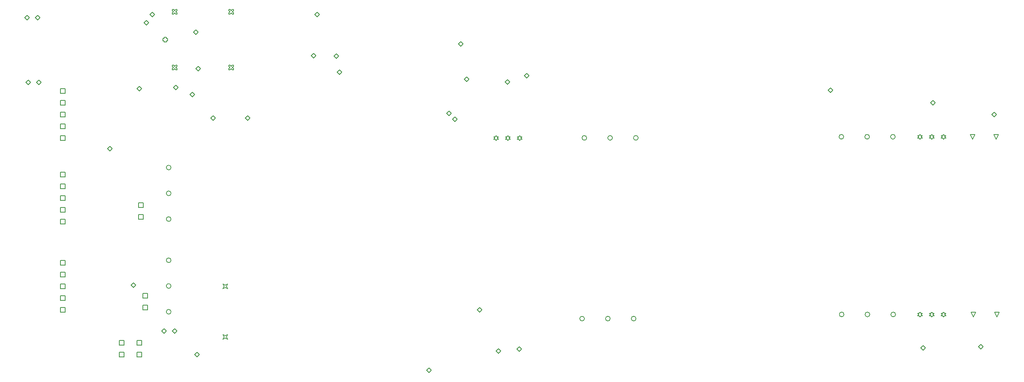
<source format=gbr>
G04*
G04 #@! TF.GenerationSoftware,Altium Limited,Altium Designer,24.1.2 (44)*
G04*
G04 Layer_Color=2752767*
%FSLAX25Y25*%
%MOIN*%
G70*
G04*
G04 #@! TF.SameCoordinates,DAD59E85-0841-476F-99BD-E5F442491B29*
G04*
G04*
G04 #@! TF.FilePolarity,Positive*
G04*
G01*
G75*
%ADD75C,0.00667*%
%ADD76C,0.00500*%
D75*
X1590779Y525000D02*
G03*
X1590779Y525000I-2000J0D01*
G01*
X1568890D02*
G03*
X1568890Y525000I-2000J0D01*
G01*
X1547000D02*
G03*
X1547000Y525000I-2000J0D01*
G01*
X1765559Y374944D02*
G03*
X1765559Y374944I-2000J0D01*
G01*
X1787449D02*
G03*
X1787449Y374944I-2000J0D01*
G01*
X1809338D02*
G03*
X1809338Y374944I-2000J0D01*
G01*
X1194000Y421000D02*
G03*
X1194000Y421000I-2000J0D01*
G01*
Y399110D02*
G03*
X1194000Y399110I-2000J0D01*
G01*
Y377221D02*
G03*
X1194000Y377221I-2000J0D01*
G01*
X1765291Y525938D02*
G03*
X1765291Y525938I-2000J0D01*
G01*
X1787181D02*
G03*
X1787181Y525938I-2000J0D01*
G01*
X1809071D02*
G03*
X1809071Y525938I-2000J0D01*
G01*
X1588890Y371398D02*
G03*
X1588890Y371398I-2000J0D01*
G01*
X1567000D02*
G03*
X1567000Y371398I-2000J0D01*
G01*
X1545110D02*
G03*
X1545110Y371398I-2000J0D01*
G01*
X1194000Y456000D02*
G03*
X1194000Y456000I-2000J0D01*
G01*
Y477890D02*
G03*
X1194000Y477890I-2000J0D01*
G01*
Y499780D02*
G03*
X1194000Y499780I-2000J0D01*
G01*
D76*
X1238000Y353693D02*
X1239000Y355693D01*
X1238000Y357693D01*
X1240000Y356693D01*
X1242000Y357693D01*
X1241000Y355693D01*
X1242000Y353693D01*
X1240000Y354693D01*
X1238000Y353693D01*
Y397000D02*
X1239000Y399000D01*
X1238000Y401000D01*
X1240000Y400000D01*
X1242000Y401000D01*
X1241000Y399000D01*
X1242000Y397000D01*
X1240000Y398000D01*
X1238000Y397000D01*
X1470000Y523000D02*
X1471000Y524000D01*
X1472000D01*
X1471000Y525000D01*
X1472000Y526000D01*
X1471000D01*
X1470000Y527000D01*
X1469000Y526000D01*
X1468000D01*
X1469000Y525000D01*
X1468000Y524000D01*
X1469000D01*
X1470000Y523000D01*
X1480000D02*
X1481000Y524000D01*
X1482000D01*
X1481000Y525000D01*
X1482000Y526000D01*
X1481000D01*
X1480000Y527000D01*
X1479000Y526000D01*
X1478000D01*
X1479000Y525000D01*
X1478000Y524000D01*
X1479000D01*
X1480000Y523000D01*
X1490000D02*
X1491000Y524000D01*
X1492000D01*
X1491000Y525000D01*
X1492000Y526000D01*
X1491000D01*
X1490000Y527000D01*
X1489000Y526000D01*
X1488000D01*
X1489000Y525000D01*
X1488000Y524000D01*
X1489000D01*
X1490000Y523000D01*
X1830215Y523898D02*
X1831215Y524898D01*
X1832215D01*
X1831215Y525898D01*
X1832215Y526898D01*
X1831215D01*
X1830215Y527898D01*
X1829215Y526898D01*
X1828215D01*
X1829215Y525898D01*
X1828215Y524898D01*
X1829215D01*
X1830215Y523898D01*
X1840215D02*
X1841215Y524898D01*
X1842215D01*
X1841215Y525898D01*
X1842215Y526898D01*
X1841215D01*
X1840215Y527898D01*
X1839215Y526898D01*
X1838215D01*
X1839215Y525898D01*
X1838215Y524898D01*
X1839215D01*
X1840215Y523898D01*
X1850215D02*
X1851215Y524898D01*
X1852215D01*
X1851215Y525898D01*
X1852215Y526898D01*
X1851215D01*
X1850215Y527898D01*
X1849215Y526898D01*
X1848215D01*
X1849215Y525898D01*
X1848215Y524898D01*
X1849215D01*
X1850215Y523898D01*
X1894595Y523767D02*
X1892595Y527767D01*
X1896595D01*
X1894595Y523767D01*
X1874595D02*
X1872595Y527767D01*
X1876595D01*
X1874595Y523767D01*
X1895451Y373000D02*
X1893451Y377000D01*
X1897451D01*
X1895451Y373000D01*
X1875451D02*
X1873451Y377000D01*
X1877451D01*
X1875451Y373000D01*
X1165000Y349000D02*
Y353000D01*
X1169000D01*
Y349000D01*
X1165000D01*
Y339000D02*
Y343000D01*
X1169000D01*
Y339000D01*
X1165000D01*
X1150000Y349000D02*
Y353000D01*
X1154000D01*
Y349000D01*
X1150000D01*
Y339000D02*
Y343000D01*
X1154000D01*
Y339000D01*
X1150000D01*
X1100000Y397000D02*
Y401000D01*
X1104000D01*
Y397000D01*
X1100000D01*
Y377000D02*
Y381000D01*
X1104000D01*
Y377000D01*
X1100000D01*
Y387000D02*
Y391000D01*
X1104000D01*
Y387000D01*
X1100000D01*
Y407000D02*
Y411000D01*
X1104000D01*
Y407000D01*
X1100000D01*
Y417000D02*
Y421000D01*
X1104000D01*
Y417000D01*
X1100000D01*
Y472000D02*
Y476000D01*
X1104000D01*
Y472000D01*
X1100000D01*
Y452000D02*
Y456000D01*
X1104000D01*
Y452000D01*
X1100000D01*
Y462000D02*
Y466000D01*
X1104000D01*
Y462000D01*
X1100000D01*
Y482000D02*
Y486000D01*
X1104000D01*
Y482000D01*
X1100000D01*
Y492000D02*
Y496000D01*
X1104000D01*
Y492000D01*
X1100000D01*
Y543000D02*
Y547000D01*
X1104000D01*
Y543000D01*
X1100000D01*
Y523000D02*
Y527000D01*
X1104000D01*
Y523000D01*
X1100000D01*
Y533000D02*
Y537000D01*
X1104000D01*
Y533000D01*
X1100000D01*
Y553000D02*
Y557000D01*
X1104000D01*
Y553000D01*
X1100000D01*
Y563000D02*
Y567000D01*
X1104000D01*
Y563000D01*
X1100000D01*
X1170000Y389000D02*
Y393000D01*
X1174000D01*
Y389000D01*
X1170000D01*
Y379000D02*
Y383000D01*
X1174000D01*
Y379000D01*
X1170000D01*
X1166398Y465890D02*
Y469890D01*
X1170398D01*
Y465890D01*
X1166398D01*
Y455890D02*
Y459890D01*
X1170398D01*
Y455890D01*
X1166398D01*
X1830000Y373000D02*
X1831000Y374000D01*
X1832000D01*
X1831000Y375000D01*
X1832000Y376000D01*
X1831000D01*
X1830000Y377000D01*
X1829000Y376000D01*
X1828000D01*
X1829000Y375000D01*
X1828000Y374000D01*
X1829000D01*
X1830000Y373000D01*
X1840000D02*
X1841000Y374000D01*
X1842000D01*
X1841000Y375000D01*
X1842000Y376000D01*
X1841000D01*
X1840000Y377000D01*
X1839000Y376000D01*
X1838000D01*
X1839000Y375000D01*
X1838000Y374000D01*
X1839000D01*
X1840000Y373000D01*
X1850000D02*
X1851000Y374000D01*
X1852000D01*
X1851000Y375000D01*
X1852000Y376000D01*
X1851000D01*
X1850000Y377000D01*
X1849000Y376000D01*
X1848000D01*
X1849000Y375000D01*
X1848000Y374000D01*
X1849000D01*
X1850000Y373000D01*
X1188095Y607622D02*
Y606622D01*
X1190094D01*
Y607622D01*
X1191094D01*
Y609622D01*
X1190094D01*
Y610622D01*
X1188095D01*
Y609622D01*
X1187094D01*
Y607622D01*
X1188095D01*
X1194969Y630244D02*
X1195969D01*
X1196968Y631244D01*
X1197968Y630244D01*
X1198969D01*
Y631244D01*
X1197968Y632244D01*
X1198969Y633244D01*
Y634244D01*
X1197968D01*
X1196968Y633244D01*
X1195969Y634244D01*
X1194969D01*
Y633244D01*
X1195969Y632244D01*
X1194969Y631244D01*
Y630244D01*
Y583000D02*
X1195969D01*
X1196968Y584000D01*
X1197968Y583000D01*
X1198969D01*
Y584000D01*
X1197968Y585000D01*
X1198969Y586000D01*
Y587000D01*
X1197968D01*
X1196968Y586000D01*
X1195969Y587000D01*
X1194969D01*
Y586000D01*
X1195969Y585000D01*
X1194969Y584000D01*
Y583000D01*
X1243000Y630244D02*
X1244000D01*
X1245000Y631244D01*
X1246000Y630244D01*
X1247000D01*
Y631244D01*
X1246000Y632244D01*
X1247000Y633244D01*
Y634244D01*
X1246000D01*
X1245000Y633244D01*
X1244000Y634244D01*
X1243000D01*
Y633244D01*
X1244000Y632244D01*
X1243000Y631244D01*
Y630244D01*
Y583000D02*
X1244000D01*
X1245000Y584000D01*
X1246000Y583000D01*
X1247000D01*
Y584000D01*
X1246000Y585000D01*
X1247000Y586000D01*
Y587000D01*
X1246000D01*
X1245000Y586000D01*
X1244000Y587000D01*
X1243000D01*
Y586000D01*
X1244000Y585000D01*
X1243000Y584000D01*
Y583000D01*
X1428000Y546000D02*
X1430000Y548000D01*
X1432000Y546000D01*
X1430000Y544000D01*
X1428000Y546000D01*
X1433000Y541000D02*
X1435000Y543000D01*
X1437000Y541000D01*
X1435000Y539000D01*
X1433000Y541000D01*
X1210000Y562000D02*
X1212000Y564000D01*
X1214000Y562000D01*
X1212000Y560000D01*
X1210000Y562000D01*
X1171000Y623000D02*
X1173000Y625000D01*
X1175000Y623000D01*
X1173000Y621000D01*
X1171000Y623000D01*
X1176000Y630000D02*
X1178000Y632000D01*
X1180000Y630000D01*
X1178000Y628000D01*
X1176000Y630000D01*
X1069713Y627338D02*
X1071713Y629338D01*
X1073713Y627338D01*
X1071713Y625338D01*
X1069713Y627338D01*
X1078713D02*
X1080713Y629338D01*
X1082713Y627338D01*
X1080713Y625338D01*
X1078713Y627338D01*
X1070713Y572338D02*
X1072713Y574338D01*
X1074713Y572338D01*
X1072713Y570338D01*
X1070713Y572338D01*
X1079713D02*
X1081713Y574338D01*
X1083713Y572338D01*
X1081713Y570338D01*
X1079713Y572338D01*
X1195000Y361000D02*
X1197000Y363000D01*
X1199000Y361000D01*
X1197000Y359000D01*
X1195000Y361000D01*
X1186000D02*
X1188000Y363000D01*
X1190000Y361000D01*
X1188000Y359000D01*
X1186000Y361000D01*
X1487747Y345486D02*
X1489747Y347486D01*
X1491747Y345486D01*
X1489747Y343486D01*
X1487747Y345486D01*
X1830747Y346486D02*
X1832747Y348486D01*
X1834747Y346486D01*
X1832747Y344486D01*
X1830747Y346486D01*
X1879747Y347486D02*
X1881747Y349486D01*
X1883747Y347486D01*
X1881747Y345486D01*
X1879747Y347486D01*
X1891000Y545000D02*
X1893000Y547000D01*
X1895000Y545000D01*
X1893000Y543000D01*
X1891000Y545000D01*
X1839000Y555000D02*
X1841000Y557000D01*
X1843000Y555000D01*
X1841000Y553000D01*
X1839000Y555000D01*
X1477747Y572486D02*
X1479747Y574486D01*
X1481747Y572486D01*
X1479747Y570486D01*
X1477747Y572486D01*
X1494000Y578000D02*
X1496000Y580000D01*
X1498000Y578000D01*
X1496000Y576000D01*
X1494000Y578000D01*
X1335000Y581000D02*
X1337000Y583000D01*
X1339000Y581000D01*
X1337000Y579000D01*
X1335000Y581000D01*
X1214000Y341000D02*
X1216000Y343000D01*
X1218000Y341000D01*
X1216000Y339000D01*
X1214000Y341000D01*
X1332350Y594558D02*
X1334350Y596558D01*
X1336350Y594558D01*
X1334350Y592558D01*
X1332350Y594558D01*
X1196000Y568000D02*
X1198000Y570000D01*
X1200000Y568000D01*
X1198000Y566000D01*
X1196000Y568000D01*
X1165000Y567000D02*
X1167000Y569000D01*
X1169000Y567000D01*
X1167000Y565000D01*
X1165000Y567000D01*
X1215000Y584000D02*
X1217000Y586000D01*
X1219000Y584000D01*
X1217000Y582000D01*
X1215000Y584000D01*
X1257000Y542000D02*
X1259000Y544000D01*
X1261000Y542000D01*
X1259000Y540000D01*
X1257000Y542000D01*
X1227715Y541766D02*
X1229715Y543766D01*
X1231715Y541766D01*
X1229715Y539766D01*
X1227715Y541766D01*
X1316000Y630000D02*
X1318000Y632000D01*
X1320000Y630000D01*
X1318000Y628000D01*
X1316000Y630000D01*
X1140000Y516000D02*
X1142000Y518000D01*
X1144000Y516000D01*
X1142000Y514000D01*
X1140000Y516000D01*
X1411000Y327500D02*
X1413000Y329500D01*
X1415000Y327500D01*
X1413000Y325500D01*
X1411000Y327500D01*
X1470000Y344000D02*
X1472000Y346000D01*
X1474000Y344000D01*
X1472000Y342000D01*
X1470000Y344000D01*
X1454000Y379000D02*
X1456000Y381000D01*
X1458000Y379000D01*
X1456000Y377000D01*
X1454000Y379000D01*
X1160000Y400000D02*
X1162000Y402000D01*
X1164000Y400000D01*
X1162000Y398000D01*
X1160000Y400000D01*
X1213000Y615000D02*
X1215000Y617000D01*
X1217000Y615000D01*
X1215000Y613000D01*
X1213000Y615000D01*
X1313000Y595000D02*
X1315000Y597000D01*
X1317000Y595000D01*
X1315000Y593000D01*
X1313000Y595000D01*
X1438000Y605000D02*
X1440000Y607000D01*
X1442000Y605000D01*
X1440000Y603000D01*
X1438000Y605000D01*
X1443000Y575000D02*
X1445000Y577000D01*
X1447000Y575000D01*
X1445000Y573000D01*
X1443000Y575000D01*
X1752097Y565458D02*
X1754097Y567458D01*
X1756097Y565458D01*
X1754097Y563458D01*
X1752097Y565458D01*
M02*

</source>
